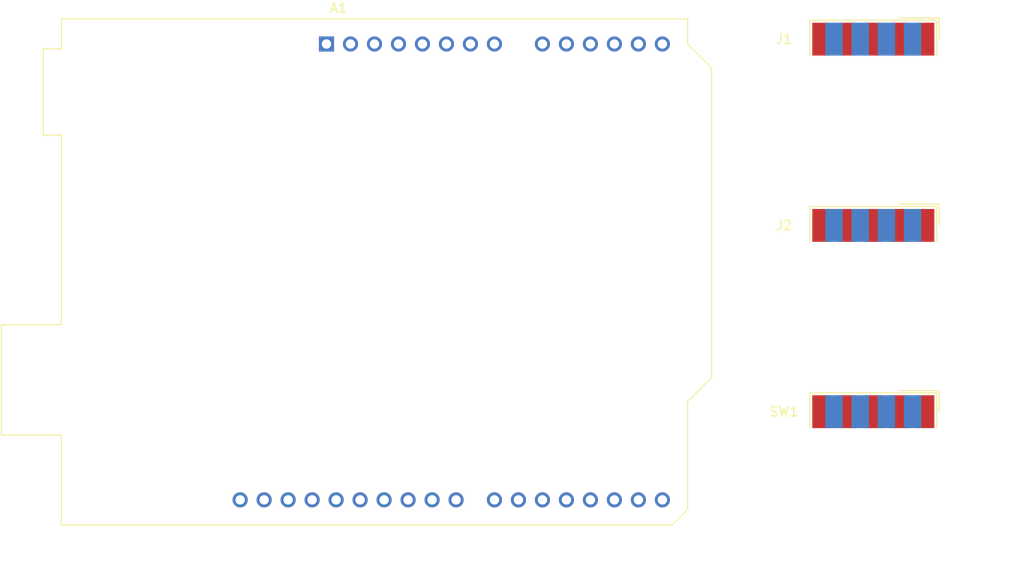
<source format=kicad_pcb>
(kicad_pcb (version 20211014) (generator pcbnew)
  (layers (0 "F.Cu" signal) (31 "B.Cu" signal) (34 "B.Paste" user) (35 "F.Paste" user) (36 "B.SilkS" user "B.Silkscreen") (37 "F.SilkS" user "F.Silkscreen") (38 "B.Mask" user) (39 "F.Mask" user) (44 "Edge.Cuts" user))
  (net 0 "")
  (net 1 "Net-(A1-Pad1)")
  (net 2 "Net-(A1-Pad2)")
  (net 4 "GND")
  (net 5 "Net-(A1-Pad5)")
  (net 6 "Net-(A1-Pad6)")
  (net 7 "Net-(A1-Pad7)")
  (net 8 "Net-(A1-Pad8)")
  (net 9 "Net-(A1-Pad9)")
  (net 10 "Net-(A1-Pad10)")
  (net 11 "Net-(A1-Pad11)")
  (net 12 "Net-(A1-Pad12)")
  (net 13 "Net-(A1-Pad13)")
  (net 14 "Net-(A1-Pad14)")
  (net 16 "/Select")
  (net 17 "Net-(A1-Pad17)")
  (net 18 "Net-(A1-Pad18)")
  (net 19 "Net-(A1-Pad19)")
  (net 20 "Net-(A1-Pad20)")
  (net 21 "VCC")
  (footprint "Connector_Dsub:DSUB-9_Female_EdgeMount_P2.77mm" (layer "F.Cu") (at 137.8 47.06)
    (fp_text reference "J1" (at -9.463333 0) (layer "F.SilkS"))
    (fp_text value "Player 1")
    (fp_line (start 6.963333 -2.24) (end 2.77 -2.24) (layer "F.SilkS") (width 0.12))
    (fp_line (start 6.723333 1.74) (end 6.723333 -2) (layer "F.SilkS") (width 0.12))
    (fp_line (start 6.723333 -2) (end -6.723333 -2) (layer "F.SilkS") (width 0.12))
    (fp_line (start -6.723333 -2) (end -6.723333 1.74) (layer "F.SilkS") (width 0.12))
    (fp_line (start 6.963333 0) (end 6.963333 -2.24) (layer "F.SilkS") (width 0.12))
    (pad "1" smd rect (at 5.54 0) (size 1.846667 3.48) (layers "F.Cu" "F.Paste" "F.Mask") (net 5 "Net-(A1-Pad5)"))
    (pad "2" smd rect (at 2.77 0) (size 1.846667 3.48) (layers "F.Cu" "F.Paste" "F.Mask") (net 6 "Net-(A1-Pad6)"))
    (pad "3" smd rect (at 0 0) (size 1.846667 3.48) (layers "F.Cu" "F.Paste" "F.Mask") (net 7 "Net-(A1-Pad7)"))
    (pad "4" smd rect (at -2.77 0) (size 1.846667 3.48) (layers "F.Cu" "F.Paste" "F.Mask") (net 8 "Net-(A1-Pad8)"))
    (pad "5" smd rect (at -5.54 0) (size 1.846667 3.48) (layers "F.Cu" "F.Paste" "F.Mask") (net 21 "VCC"))
    (pad "6" smd rect (at 4.155 0) (size 1.846667 3.48) (layers "B.Cu" "B.Paste" "B.Mask") (net 11 "Net-(A1-Pad11)"))
    (pad "7" smd rect (at 1.385 0) (size 1.846667 3.48) (layers "B.Cu" "B.Paste" "B.Mask") (net 16 "/Select"))
    (pad "8" smd rect (at -1.385 0) (size 1.846667 3.48) (layers "B.Cu" "B.Paste" "B.Mask") (net 4 "GND"))
    (pad "9" smd rect (at -4.155 0) (size 1.846667 3.48) (layers "B.Cu" "B.Paste" "B.Mask") (net 12 "Net-(A1-Pad12)"))
  )
  (footprint "Module:Arduino_UNO_R3" (layer "F.Cu") (at 79.91 47.575)
    (fp_text reference "A1" (at 1.27 -3.81 180) (layer "F.SilkS"))
    (fp_text value "Arduino_Leonardo_micro")
    (fp_line (start 38.23 37.85) (end 40.77 35.31) (layer "F.SilkS") (width 0.12))
    (fp_line (start 38.23 0) (end 38.23 -2.67) (layer "F.SilkS") (width 0.12))
    (fp_line (start -28.07 41.4) (end -28.07 50.93) (layer "F.SilkS") (width 0.12))
    (fp_line (start 40.77 35.31) (end 40.77 2.54) (layer "F.SilkS") (width 0.12))
    (fp_line (start -28.07 29.72) (end -34.42 29.72) (layer "F.SilkS") (width 0.12))
    (fp_line (start 36.58 50.93) (end 38.23 49.28) (layer "F.SilkS") (width 0.12))
    (fp_line (start -28.07 -2.67) (end -28.07 0.51) (layer "F.SilkS") (width 0.12))
    (fp_line (start -34.42 29.72) (end -34.42 41.4) (layer "F.SilkS") (width 0.12))
    (fp_line (start -28.07 9.65) (end -28.07 29.72) (layer "F.SilkS") (width 0.12))
    (fp_line (start 40.77 2.54) (end 38.23 0) (layer "F.SilkS") (width 0.12))
    (fp_line (start -28.07 50.93) (end 36.58 50.93) (layer "F.SilkS") (width 0.12))
    (fp_line (start -28.07 0.51) (end -29.97 0.51) (layer "F.SilkS") (width 0.12))
    (fp_line (start -34.42 41.4) (end -28.07 41.4) (layer "F.SilkS") (width 0.12))
    (fp_line (start -29.97 0.51) (end -29.97 9.65) (layer "F.SilkS") (width 0.12))
    (fp_line (start 38.23 -2.67) (end -28.07 -2.67) (layer "F.SilkS") (width 0.12))
    (fp_line (start -29.97 9.65) (end -28.07 9.65) (layer "F.SilkS") (width 0.12))
    (fp_line (start 38.23 49.28) (end 38.23 37.85) (layer "F.SilkS") (width 0.12))
    (pad "1" thru_hole rect (at 0 0 90) (size 1.6 1.6) (drill 1) (layers *.Cu *.Mask) (net 1 "Net-(A1-Pad1)"))
    (pad "2" thru_hole oval (at 2.54 0 90) (size 1.6 1.6) (drill 1) (layers *.Cu *.Mask) (net 2 "Net-(A1-Pad2)"))
    (pad "3" thru_hole oval (at 5.08 0 90) (size 1.6 1.6) (drill 1) (layers *.Cu *.Mask))
    (pad "4" thru_hole oval (at 7.62 0 90) (size 1.6 1.6) (drill 1) (layers *.Cu *.Mask) (net 4 "GND"))
    (pad "5" thru_hole oval (at 10.16 0 90) (size 1.6 1.6) (drill 1) (layers *.Cu *.Mask) (net 5 "Net-(A1-Pad5)"))
    (pad "6" thru_hole oval (at 12.7 0 90) (size 1.6 1.6) (drill 1) (layers *.Cu *.Mask) (net 6 "Net-(A1-Pad6)"))
    (pad "7" thru_hole oval (at 15.24 0 90) (size 1.6 1.6) (drill 1) (layers *.Cu *.Mask) (net 7 "Net-(A1-Pad7)"))
    (pad "8" thru_hole oval (at 17.78 0 90) (size 1.6 1.6) (drill 1) (layers *.Cu *.Mask) (net 8 "Net-(A1-Pad8)"))
    (pad "9" thru_hole oval (at 22.86 0 90) (size 1.6 1.6) (drill 1) (layers *.Cu *.Mask) (net 9 "Net-(A1-Pad9)"))
    (pad "10" thru_hole oval (at 25.4 0 90) (size 1.6 1.6) (drill 1) (layers *.Cu *.Mask) (net 10 "Net-(A1-Pad10)"))
    (pad "11" thru_hole oval (at 27.94 0 90) (size 1.6 1.6) (drill 1) (layers *.Cu *.Mask) (net 11 "Net-(A1-Pad11)"))
    (pad "12" thru_hole oval (at 30.48 0 90) (size 1.6 1.6) (drill 1) (layers *.Cu *.Mask) (net 12 "Net-(A1-Pad12)"))
    (pad "13" thru_hole oval (at 33.02 0 90) (size 1.6 1.6) (drill 1) (layers *.Cu *.Mask) (net 13 "Net-(A1-Pad13)"))
    (pad "14" thru_hole oval (at 35.56 0 90) (size 1.6 1.6) (drill 1) (layers *.Cu *.Mask) (net 14 "Net-(A1-Pad14)"))
    (pad "15" thru_hole oval (at 35.56 48.26 90) (size 1.6 1.6) (drill 1) (layers *.Cu *.Mask))
    (pad "16" thru_hole oval (at 33.02 48.26 90) (size 1.6 1.6) (drill 1) (layers *.Cu *.Mask) (net 16 "/Select"))
    (pad "17" thru_hole oval (at 30.48 48.26 90) (size 1.6 1.6) (drill 1) (layers *.Cu *.Mask) (net 17 "Net-(A1-Pad17)"))
    (pad "18" thru_hole oval (at 27.94 48.26 90) (size 1.6 1.6) (drill 1) (layers *.Cu *.Mask) (net 18 "Net-(A1-Pad18)"))
    (pad "19" thru_hole oval (at 25.4 48.26 90) (size 1.6 1.6) (drill 1) (layers *.Cu *.Mask) (net 19 "Net-(A1-Pad19)"))
    (pad "20" thru_hole oval (at 22.86 48.26 90) (size 1.6 1.6) (drill 1) (layers *.Cu *.Mask) (net 20 "Net-(A1-Pad20)"))
    (pad "21" thru_hole oval (at 20.32 48.26 90) (size 1.6 1.6) (drill 1) (layers *.Cu *.Mask) (net 21 "VCC"))
    (pad "22" thru_hole oval (at 17.78 48.26 90) (size 1.6 1.6) (drill 1) (layers *.Cu *.Mask))
    (pad "23" thru_hole oval (at 13.72 48.26 90) (size 1.6 1.6) (drill 1) (layers *.Cu *.Mask))
    (pad "24" thru_hole oval (at 11.18 48.26 90) (size 1.6 1.6) (drill 1) (layers *.Cu *.Mask))
    (pad "25" thru_hole oval (at 8.64 48.26 90) (size 1.6 1.6) (drill 1) (layers *.Cu *.Mask))
    (pad "26" thru_hole oval (at 6.1 48.26 90) (size 1.6 1.6) (drill 1) (layers *.Cu *.Mask))
    (pad "27" thru_hole oval (at 3.56 48.26 90) (size 1.6 1.6) (drill 1) (layers *.Cu *.Mask))
    (pad "28" thru_hole oval (at 1.02 48.26 90) (size 1.6 1.6) (drill 1) (layers *.Cu *.Mask))
    (pad "29" thru_hole oval (at -1.52 48.26 90) (size 1.6 1.6) (drill 1) (layers *.Cu *.Mask))
    (pad "30" thru_hole oval (at -4.06 48.26 90) (size 1.6 1.6) (drill 1) (layers *.Cu *.Mask))
    (pad "31" thru_hole oval (at -6.6 48.26 90) (size 1.6 1.6) (drill 1) (layers *.Cu *.Mask))
    (pad "32" thru_hole oval (at -9.14 48.26 90) (size 1.6 1.6) (drill 1) (layers *.Cu *.Mask))
  )
  (footprint "Connector_Dsub:DSUB-9_Female_EdgeMount_P2.77mm" (layer "F.Cu") (at 137.8 66.78)
    (fp_text reference "J2" (at -9.463333 0) (layer "F.SilkS"))
    (fp_text value "Player 2")
    (fp_line (start 6.723333 1.74) (end 6.723333 -2) (layer "F.SilkS") (width 0.12))
    (fp_line (start 6.963333 0) (end 6.963333 -2.24) (layer "F.SilkS") (width 0.12))
    (fp_line (start -6.723333 -2) (end -6.723333 1.74) (layer "F.SilkS") (width 0.12))
    (fp_line (start 6.723333 -2) (end -6.723333 -2) (layer "F.SilkS") (width 0.12))
    (fp_line (start 6.963333 -2.24) (end 2.77 -2.24) (layer "F.SilkS") (width 0.12))
    (pad "1" smd rect (at 5.54 0) (size 1.846667 3.48) (layers "F.Cu" "F.Paste" "F.Mask") (net 20 "Net-(A1-Pad20)"))
    (pad "2" smd rect (at 2.77 0) (size 1.846667 3.48) (layers "F.Cu" "F.Paste" "F.Mask") (net 19 "Net-(A1-Pad19)"))
    (pad "3" smd rect (at 0 0) (size 1.846667 3.48) (layers "F.Cu" "F.Paste" "F.Mask") (net 18 "Net-(A1-Pad18)"))
    (pad "4" smd rect (at -2.77 0) (size 1.846667 3.48) (layers "F.Cu" "F.Paste" "F.Mask") (net 17 "Net-(A1-Pad17)"))
    (pad "5" smd rect (at -5.54 0) (size 1.846667 3.48) (layers "F.Cu" "F.Paste" "F.Mask") (net 21 "VCC"))
    (pad "6" smd rect (at 4.155 0) (size 1.846667 3.48) (layers "B.Cu" "B.Paste" "B.Mask") (net 14 "Net-(A1-Pad14)"))
    (pad "7" smd rect (at 1.385 0) (size 1.846667 3.48) (layers "B.Cu" "B.Paste" "B.Mask") (net 16 "/Select"))
    (pad "8" smd rect (at -1.385 0) (size 1.846667 3.48) (layers "B.Cu" "B.Paste" "B.Mask") (net 4 "GND"))
    (pad "9" smd rect (at -4.155 0) (size 1.846667 3.48) (layers "B.Cu" "B.Paste" "B.Mask") (net 13 "Net-(A1-Pad13)"))
  )
  (footprint "Connector_Dsub:DSUB-9_Female_EdgeMount_P2.77mm" (layer "F.Cu") (at 137.8 86.5)
    (fp_text reference "SW1" (at -9.463333 0) (layer "F.SilkS"))
    (fp_text value "Select")
    (fp_line (start 6.723333 -2) (end -6.723333 -2) (layer "F.SilkS") (width 0.12))
    (fp_line (start 6.723333 1.74) (end 6.723333 -2) (layer "F.SilkS") (width 0.12))
    (fp_line (start 6.963333 -2.24) (end 2.77 -2.24) (layer "F.SilkS") (width 0.12))
    (fp_line (start -6.723333 -2) (end -6.723333 1.74) (layer "F.SilkS") (width 0.12))
    (fp_line (start 6.963333 0) (end 6.963333 -2.24) (layer "F.SilkS") (width 0.12))
    (pad "1" smd rect (at 5.54 0) (size 1.846667 3.48) (layers "F.Cu" "F.Paste" "F.Mask") (net 4 "GND"))
    (pad "2" smd rect (at 2.77 0) (size 1.846667 3.48) (layers "F.Cu" "F.Paste" "F.Mask") (net 1 "Net-(A1-Pad1)"))
    (pad "3" smd rect (at 0 0) (size 1.846667 3.48) (layers "F.Cu" "F.Paste" "F.Mask"))
    (pad "4" smd rect (at -2.77 0) (size 1.846667 3.48) (layers "F.Cu" "F.Paste" "F.Mask"))
    (pad "5" smd rect (at -5.54 0) (size 1.846667 3.48) (layers "F.Cu" "F.Paste" "F.Mask"))
    (pad "6" smd rect (at 4.155 0) (size 1.846667 3.48) (layers "B.Cu" "B.Paste" "B.Mask"))
    (pad "7" smd rect (at 1.385 0) (size 1.846667 3.48) (layers "B.Cu" "B.Paste" "B.Mask"))
    (pad "8" smd rect (at -1.385 0) (size 1.846667 3.48) (layers "B.Cu" "B.Paste" "B.Mask"))
    (pad "9" smd rect (at -4.155 0) (size 1.846667 3.48) (layers "B.Cu" "B.Paste" "B.Mask"))
  )
)
</source>
